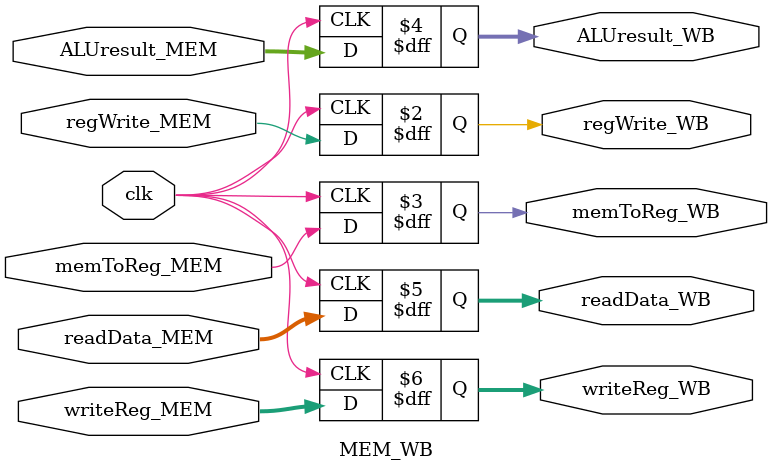
<source format=v>
module MEM_WB( 
    input clk,

    input wire regWrite_MEM,
    input wire memToReg_MEM,
    input wire [31:0] ALUresult_MEM,
    input wire [31:0] readData_MEM,
    input wire [4:0] writeReg_MEM,

    output reg regWrite_WB,
    output reg memToReg_WB,
    output reg [31:0] ALUresult_WB,
    output reg [31:0] readData_WB,
    output reg [4:0] writeReg_WB
   );

	always @(posedge clk) begin
		regWrite_WB <= regWrite_MEM;
		ALUresult_WB <= ALUresult_MEM;
		readData_WB <= readData_MEM;
		memToReg_WB <= memToReg_MEM;
		writeReg_WB <= writeReg_MEM;
	end

endmodule
</source>
